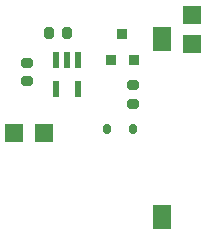
<source format=gtp>
G04 Layer_Color=8421504*
%FSLAX25Y25*%
%MOIN*%
G70*
G01*
G75*
G04:AMPARAMS|DCode=10|XSize=39.37mil|YSize=31.5mil|CornerRadius=7.87mil|HoleSize=0mil|Usage=FLASHONLY|Rotation=90.000|XOffset=0mil|YOffset=0mil|HoleType=Round|Shape=RoundedRectangle|*
%AMROUNDEDRECTD10*
21,1,0.03937,0.01575,0,0,90.0*
21,1,0.02362,0.03150,0,0,90.0*
1,1,0.01575,0.00787,0.01181*
1,1,0.01575,0.00787,-0.01181*
1,1,0.01575,-0.00787,-0.01181*
1,1,0.01575,-0.00787,0.01181*
%
%ADD10ROUNDEDRECTD10*%
G04:AMPARAMS|DCode=11|XSize=39.37mil|YSize=31.5mil|CornerRadius=7.87mil|HoleSize=0mil|Usage=FLASHONLY|Rotation=180.000|XOffset=0mil|YOffset=0mil|HoleType=Round|Shape=RoundedRectangle|*
%AMROUNDEDRECTD11*
21,1,0.03937,0.01575,0,0,180.0*
21,1,0.02362,0.03150,0,0,180.0*
1,1,0.01575,-0.01181,0.00787*
1,1,0.01575,0.01181,0.00787*
1,1,0.01575,0.01181,-0.00787*
1,1,0.01575,-0.01181,-0.00787*
%
%ADD11ROUNDEDRECTD11*%
G04:AMPARAMS|DCode=12|XSize=35.43mil|YSize=35.43mil|CornerRadius=8.86mil|HoleSize=0mil|Usage=FLASHONLY|Rotation=180.000|XOffset=0mil|YOffset=0mil|HoleType=Round|Shape=RoundedRectangle|*
%AMROUNDEDRECTD12*
21,1,0.03543,0.01772,0,0,180.0*
21,1,0.01772,0.03543,0,0,180.0*
1,1,0.01772,-0.00886,0.00886*
1,1,0.01772,0.00886,0.00886*
1,1,0.01772,0.00886,-0.00886*
1,1,0.01772,-0.00886,-0.00886*
%
%ADD12ROUNDEDRECTD12*%
%ADD13R,0.05905X0.07874*%
%ADD14R,0.06299X0.06299*%
%ADD15R,0.06299X0.06299*%
G04:AMPARAMS|DCode=16|XSize=24.8mil|YSize=32.68mil|CornerRadius=6.2mil|HoleSize=0mil|Usage=FLASHONLY|Rotation=0.000|XOffset=0mil|YOffset=0mil|HoleType=Round|Shape=RoundedRectangle|*
%AMROUNDEDRECTD16*
21,1,0.02480,0.02028,0,0,0.0*
21,1,0.01240,0.03268,0,0,0.0*
1,1,0.01240,0.00620,-0.01014*
1,1,0.01240,-0.00620,-0.01014*
1,1,0.01240,-0.00620,0.01014*
1,1,0.01240,0.00620,0.01014*
%
%ADD16ROUNDEDRECTD16*%
%ADD17R,0.02362X0.05512*%
D10*
X567618Y220276D02*
D03*
X573721D02*
D03*
D11*
X560236Y204134D02*
D03*
Y210236D02*
D03*
X595768Y202756D02*
D03*
Y196653D02*
D03*
D12*
X595866Y211122D02*
D03*
X588386D02*
D03*
X592126Y219783D02*
D03*
D13*
X605413Y218110D02*
D03*
Y159055D02*
D03*
D14*
X556102Y187008D02*
D03*
D15*
X565945D02*
D03*
X615158Y216535D02*
D03*
Y226378D02*
D03*
D16*
X595709Y188287D02*
D03*
X586969D02*
D03*
D17*
X569882Y211319D02*
D03*
X573622D02*
D03*
X577362D02*
D03*
Y201476D02*
D03*
X569882D02*
D03*
M02*

</source>
